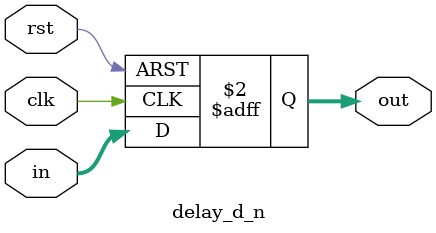
<source format=v>

module delay_d_n (
    input  wire              clk,   // connect clk_sample here
    input  wire              rst,
    input  wire signed [3:0] in,    // decoded: ±3, ±1 (signed)
    output reg  signed [3:0] out
);
    always @(posedge clk or posedge rst) begin
        if (rst) out <= 4'sd0;
        else     out <= in;
    end
endmodule

</source>
